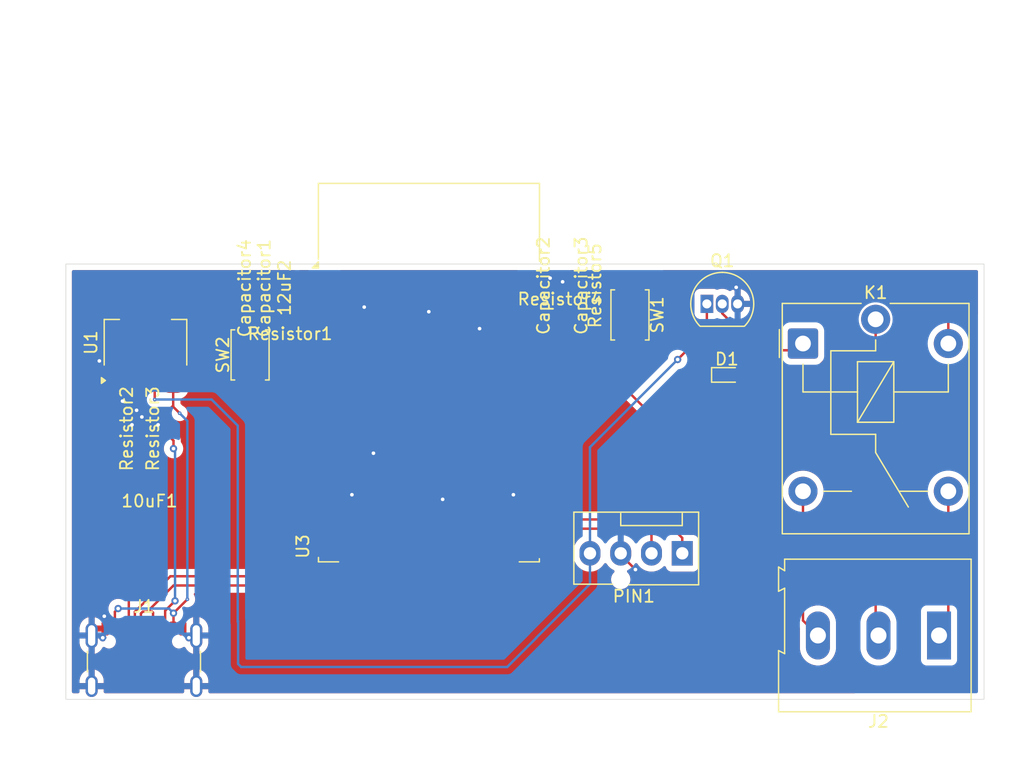
<source format=kicad_pcb>
(kicad_pcb (version 20240108) (generator "pcbnew") (generator_version "8.0")
  (layers (0 "F.Cu" signal) (31 "B.Cu" signal) (34 "B.Paste" user) (35 "F.Paste" user) (36 "B.SilkS" user "B.Silkscreen") (37 "F.SilkS" user "F.Silkscreen") (38 "B.Mask" user) (39 "F.Mask" user) (44 "Edge.Cuts" user))
  (net 0 "")
  (net 1 "+5V")
  (net 2 "GND")
  (net 3 "+3.3V")
  (net 4 "EN")
  (net 5 "Net-(D1-K)")
  (net 6 "D+")
  (net 7 "D-")
  (net 9 "Net-(J1-CC1)")
  (net 11 "Net-(J1-CC2)")
  (net 12 "Net-(J2-Pin_2)")
  (net 13 "Net-(J2-Pin_1)")
  (net 14 "Net-(J2-Pin_3)")
  (net 15 "SCL")
  (net 16 "SDA")
  (net 17 "Net-(Q1-B)")
  (net 18 "BOOT")
  (net 19 "Net-(Resistor1-Pad2)")
  (net 20 "R")
  (footprint "Relay_THT:Relay_SPDT_Finder_36.11" (layer "F.Cu") (at 172.7565 95.2095)
    (property "Reference" "K1" (at 6 -4.2 360) (layer "F.SilkS"))
    (property "Value" "FINDER-36.11")
    (fp_line (start -1.95 -1.15) (end -1.95 1.15) (stroke (width 0.12)) (layer "F.SilkS"))
    (fp_line (start -1.71 15.7) (end -1.71 -3.31) (stroke (width 0.12)) (layer "F.SilkS"))
    (fp_line (start 0 1.7) (end 0 4) (stroke (width 0.12)) (layer "F.SilkS"))
    (fp_line (start 1.7 12.2) (end 4 12.2) (stroke (width 0.12)) (layer "F.SilkS"))
    (fp_line (start 2.3 7.5) (end 2.3 0.6) (stroke (width 0.12)) (layer "F.SilkS"))
    (fp_line (start 4.5 1.5) (end 7.5 1.5) (stroke (width 0.12)) (layer "F.SilkS"))
    (fp_line (start 4.5 4) (end 0 4) (stroke (width 0.12)) (layer "F.SilkS"))
    (fp_line (start 4.5 6.5) (end 4.5 1.5) (stroke (width 0.12)) (layer "F.SilkS"))
    (fp_line (start 4.5 6.5) (end 7.5 1.5) (stroke (width 0.12)) (layer "F.SilkS"))
    (fp_line (start 4.8 -3.31) (end -1.71 -3.31) (stroke (width 0.12)) (layer "F.SilkS"))
    (fp_line (start 6 0.6) (end 2.3 0.6) (stroke (width 0.12)) (layer "F.SilkS"))
    (fp_line (start 6 0.6) (end 6 -0.3) (stroke (width 0.12)) (layer "F.SilkS"))
    (fp_line (start 6 7.5) (end 2.3 7.5) (stroke (width 0.12)) (layer "F.SilkS"))
    (fp_line (start 6 7.5) (end 6 9) (stroke (width 0.12)) (layer "F.SilkS"))
    (fp_line (start 6 9) (end 8.7 13.5) (stroke (width 0.12)) (layer "F.SilkS"))
    (fp_line (start 7.5 1.5) (end 7.5 6.5) (stroke (width 0.12)) (layer "F.SilkS"))
    (fp_line (start 7.5 6.5) (end 4.5 6.5) (stroke (width 0.12)) (layer "F.SilkS"))
    (fp_line (start 10.3 12.2) (end 8 12.2) (stroke (width 0.12)) (layer "F.SilkS"))
    (fp_line (start 12 4) (end 7.5 4) (stroke (width 0.12)) (layer "F.SilkS"))
    (fp_line (start 12 4) (end 12 1.7) (stroke (width 0.12)) (layer "F.SilkS"))
    (fp_line (start 13.71 -3.31) (end 7.2 -3.31) (stroke (width 0.12)) (layer "F.SilkS"))
    (fp_line (start 13.71 -3.31) (end 13.71 15.71) (stroke (width 0.12)) (layer "F.SilkS"))
    (fp_line (start 13.71 15.71) (end -1.71 15.71) (stroke (width 0.12)) (layer "F.SilkS"))
    (pad "11" thru_hole circle (at 6 -2) (size 2.4 2.4) (drill 1.3) (layers "*.Cu" "*.Mask") (net 12 "Net-(J2-Pin_2)") (clearance 0.2))
    (pad "12" thru_hole circle (at 12 12.2) (size 2.4 2.4) (drill 1.3) (layers "*.Cu" "*.Mask") (net 13 "Net-(J2-Pin_1)"))
    (pad "14" thru_hole circle (at 0 12.2) (size 2.4 2.4) (drill 1.3) (layers "*.Cu" "*.Mask") (net 14 "Net-(J2-Pin_3)"))
    (pad "A1" thru_hole roundrect (at 0 0) (size 2.5 2.5) (drill 1.3) (layers "*.Cu" "*.Mask") (roundrect_rratio 0.1) (net 3 "+3.3V"))
    (pad "A2" thru_hole circle (at 12 0) (size 2.4 2.4) (drill 1.3) (layers "*.Cu" "*.Mask") (net 5 "Net-(D1-K)"))
  )
  (footprint "Button_Switch_SMD:SW_Push_SPST_NO_Alps_SKRK" (layer "F.Cu") (at 158.469 92.847 -90)
    (property "Reference" "SW1" (at 0 -2.25 90) (layer "F.SilkS"))
    (property "Value" "SW_MEC_5G")
    (fp_line (start -2.07 1.57) (end -2.07 1.27) (stroke (width 0.12)) (layer "F.SilkS"))
    (fp_line (start 2.07 1.57) (end -2.07 1.57) (stroke (width 0.12)) (layer "F.SilkS"))
    (fp_line (start 2.07 1.27) (end 2.07 1.57) (stroke (width 0.12)) (layer "F.SilkS"))
    (fp_line (start -2.07 -1.27) (end -2.07 -1.57) (stroke (width 0.12)) (layer "F.SilkS"))
    (fp_line (start -2.07 -1.57) (end 2.07 -1.57) (stroke (width 0.12)) (layer "F.SilkS"))
    (fp_line (start 2.07 -1.57) (end 2.07 -1.27) (stroke (width 0.12)) (layer "F.SilkS"))
    (pad "1" smd roundrect (at -2.1 0 270) (size 0.8 2) (layers "F.Cu" "F.Paste" "F.Mask") (net 4 "EN"))
    (pad "2" smd roundrect (at 2.1 0 270) (size 0.8 2) (layers "F.Cu" "F.Paste" "F.Mask") (net 4 "EN"))
  )
  (footprint "Connector_USB:USB_C_Receptacle_GCT_USB4105-xx-A_16P_TopMnt_Horizontal" (layer "F.Cu") (at 118.337 122.425)
    (property "Reference" "J1" (at 0 -5.5 0) (layer "F.SilkS"))
    (property "Value" "USB_C_Receptacle_USB2.0_16P")
    (fp_line (start -4.67 -0.1) (end -4.67 -1.8) (stroke (width 0.12)) (layer "F.SilkS"))
    (fp_line (start 4.67 -0.1) (end 4.67 -1.8) (stroke (width 0.12)) (layer "F.SilkS"))
    (pad "" np_thru_hole circle (at -2.89 -2.605) (size 0.65 0.65) (drill 0.65) (layers "F&B.Cu" "*.Mask"))
    (pad "" np_thru_hole circle (at 2.89 -2.605) (size 0.65 0.65) (drill 0.65) (layers "F&B.Cu" "*.Mask"))
    (pad "A1" smd roundrect (at -3.2 -3.68) (size 0.6 1.15) (layers "F.Cu" "F.Paste" "F.Mask") (net 2 "GND"))
    (pad "A4" smd roundrect (at -2.4 -3.68) (size 0.6 1.15) (layers "F.Cu" "F.Paste" "F.Mask") (net 1 "+5V"))
    (pad "A5" smd roundrect (at -1.25 -3.68) (size 0.3 1.15) (layers "F.Cu" "F.Paste" "F.Mask") (net 9 "Net-(J1-CC1)"))
    (pad "A6" smd roundrect (at -0.25 -3.68) (size 0.3 1.15) (layers "F.Cu" "F.Paste" "F.Mask") (net 6 "D+"))
    (pad "A7" smd roundrect (at 0.25 -3.68) (size 0.3 1.15) (layers "F.Cu" "F.Paste" "F.Mask") (net 7 "D-"))
    (pad "A8" smd roundrect (at 1.25 -3.68) (size 0.3 1.15) (layers "F.Cu" "F.Paste" "F.Mask"))
    (pad "A9" smd roundrect (at 2.4 -3.68) (size 0.6 1.15) (layers "F.Cu" "F.Paste" "F.Mask") (net 1 "+5V"))
    (pad "A12" smd roundrect (at 3.2 -3.68) (size 0.6 1.15) (layers "F.Cu" "F.Paste" "F.Mask") (net 2 "GND"))
    (pad "B1" smd roundrect (at 3.2 -3.68) (size 0.6 1.15) (layers "F.Cu" "F.Paste" "F.Mask") (net 2 "GND"))
    (pad "B4" smd roundrect (at 2.4 -3.68) (size 0.6 1.15) (layers "F.Cu" "F.Paste" "F.Mask") (net 1 "+5V"))
    (pad "B5" smd roundrect (at 1.75 -3.68) (size 0.3 1.15) (layers "F.Cu" "F.Paste" "F.Mask") (net 11 "Net-(J1-CC2)"))
    (pad "B6" smd roundrect (at 0.75 -3.68) (size 0.3 1.15) (layers "F.Cu" "F.Paste" "F.Mask") (net 6 "D+"))
    (pad "B7" smd roundrect (at -0.75 -3.68) (size 0.3 1.15) (layers "F.Cu" "F.Paste" "F.Mask") (net 7 "D-"))
    (pad "B8" smd roundrect (at -1.75 -3.68) (size 0.3 1.15) (layers "F.Cu" "F.Paste" "F.Mask"))
    (pad "B9" smd roundrect (at -2.4 -3.68) (size 0.6 1.15) (layers "F.Cu" "F.Paste" "F.Mask") (net 1 "+5V"))
    (pad "B12" smd roundrect (at -3.2 -3.68) (size 0.6 1.15) (layers "F.Cu" "F.Paste" "F.Mask") (net 2 "GND"))
    (pad "S1" thru_hole oval (at -4.32 -3.105) (size 1 2.1) (drill oval 0.6 1.7) (layers "*.Cu" "*.Mask" "F.Paste") (net 2 "GND"))
    (pad "S1" thru_hole oval (at -4.32 1.075) (size 1 1.8) (drill oval 0.6 1.4) (layers "*.Cu" "*.Mask" "F.Paste") (net 2 "GND"))
    (pad "S1" thru_hole oval (at 4.32 -3.105) (size 1 2.1) (drill oval 0.6 1.7) (layers "*.Cu" "*.Mask" "F.Paste") (net 2 "GND"))
    (pad "S1" thru_hole oval (at 4.32 1.075) (size 1 1.8) (drill oval 0.6 1.4) (layers "*.Cu" "*.Mask" "F.Paste") (net 2 "GND"))
  )
  (footprint "RF_Module:ESP32-S2-WROVER" (layer "F.Cu") (at 141.868 101.438)
    (property "Reference" "U3" (at -10.41 10.53 90) (layer "F.SilkS"))
    (property "Value" "ESP32-S2-WROVER")
    (fp_line (start -9.125 -19.45) (end 9.13 -19.45) (stroke (width 0.12)) (layer "F.SilkS"))
    (fp_line (start -9.125 -13.2) (end -9.125 -19.45) (stroke (width 0.12)) (layer "F.SilkS"))
    (fp_line (start -9.12 11.44) (end -9.12 11.8) (stroke (width 0.12)) (layer "F.SilkS"))
    (fp_line (start -9.12 11.8) (end -7.46 11.8) (stroke (width 0.12)) (layer "F.SilkS"))
    (fp_line (start 9.12 11.54) (end 9.12 11.8) (stroke (width 0.12)) (layer "F.SilkS"))
    (fp_line (start 9.12 11.8) (end 7.46 11.8) (stroke (width 0.12)) (layer "F.SilkS"))
    (fp_line (start 9.13 -13.03) (end 9.13 -19.45) (stroke (width 0.12)) (layer "F.SilkS"))
    (fp_poly (pts (xy -9.125 -12.475) (xy -9.625 -12.475) (xy -9.125 -12.975) (xy -9.125 -12.475)) (stroke (width 0.12)) (fill solid) (layer "F.SilkS"))
    (pad "1" smd rect (at -8.625 -11.775) (size 1.5 0.9) (layers "F.Cu" "F.Paste" "F.Mask") (net 2 "GND"))
    (pad "2" smd rect (at -8.625 -10.275) (size 1.5 0.9) (layers "F.Cu" "F.Paste" "F.Mask") (net 3 "+3.3V"))
    (pad "3" smd rect (at -8.625 -8.775) (size 1.5 0.9) (layers "F.Cu" "F.Paste" "F.Mask") (net 18 "BOOT"))
    (pad "4" smd rect (at -8.625 -7.275) (size 1.5 0.9) (layers "F.Cu" "F.Paste" "F.Mask"))
    (pad "5" smd rect (at -8.625 -5.775) (size 1.5 0.9) (layers "F.Cu" "F.Paste" "F.Mask"))
    (pad "6" smd rect (at -8.625 -4.275) (size 1.5 0.9) (layers "F.Cu" "F.Paste" "F.Mask"))
    (pad "7" smd rect (at -8.625 -2.775) (size 1.5 0.9) (layers "F.Cu" "F.Paste" "F.Mask"))
    (pad "8" smd rect (at -8.625 -1.275) (size 1.5 0.9) (layers "F.Cu" "F.Paste" "F.Mask"))
    (pad "9" smd rect (at -8.625 0.225) (size 1.5 0.9) (layers "F.Cu" "F.Paste" "F.Mask"))
    (pad "10" smd rect (at -8.625 1.725) (size 1.5 0.9) (layers "F.Cu" "F.Paste" "F.Mask"))
    (pad "11" smd rect (at -8.625 3.225) (size 1.5 0.9) (layers "F.Cu" "F.Paste" "F.Mask"))
    (pad "12" smd rect (at -8.625 4.725) (size 1.5 0.9) (layers "F.Cu" "F.Paste" "F.Mask"))
    (pad "13" smd rect (at -8.625 6.225) (size 1.5 0.9) (layers "F.Cu" "F.Paste" "F.Mask"))
    (pad "14" smd rect (at -8.625 7.725) (size 1.5 0.9) (layers "F.Cu" "F.Paste" "F.Mask"))
    (pad "15" smd rect (at -8.625 9.225 180) (size 1.5 0.9) (layers "F.Cu" "F.Paste" "F.Mask"))
    (pad "16" smd rect (at -8.625 10.725 180) (size 1.5 0.9) (layers "F.Cu" "F.Paste" "F.Mask"))
    (pad "17" smd rect (at -6.75 11.475) (size 0.9 1.5) (layers "F.Cu" "F.Paste" "F.Mask"))
    (pad "18" smd rect (at -5.25 11.475) (size 0.9 1.5) (layers "F.Cu" "F.Paste" "F.Mask"))
    (pad "19" smd rect (at -3.75 11.475) (size 0.9 1.5) (layers "F.Cu" "F.Paste" "F.Mask"))
    (pad "20" smd rect (at -2.25 11.475) (size 0.9 1.5) (layers "F.Cu" "F.Paste" "F.Mask"))
    (pad "21" smd rect (at -0.75 11.475) (size 0.9 1.5) (layers "F.Cu" "F.Paste" "F.Mask"))
    (pad "22" smd rect (at 0.75 11.475) (size 0.9 1.5) (layers "F.Cu" "F.Paste" "F.Mask") (net 7 "D-"))
    (pad "23" smd rect (at 2.25 11.475) (size 0.9 1.5) (layers "F.Cu" "F.Paste" "F.Mask") (net 6 "D+"))
    (pad "24" smd rect (at 3.75 11.475) (size 0.9 1.5) (layers "F.Cu" "F.Paste" "F.Mask"))
    (pad "25" smd rect (at 5.25 11.475) (size 0.9 1.5) (layers "F.Cu" "F.Paste" "F.Mask"))
    (pad "26" smd rect (at 6.75 11.475) (size 0.9 1.5) (layers "F.Cu" "F.Paste" "F.Mask") (net 2 "GND"))
    (pad "27" smd rect (at 8.625 10.825) (size 1.5 0.9) (layers "F.Cu" "F.Paste" "F.Mask"))
    (pad "28" smd rect (at 8.625 9.325) (size 1.5 0.9) (layers "F.Cu" "F.Paste" "F.Mask") (net 15 "SCL"))
    (pad "29" smd rect (at 8.625 7.825) (size 1.5 0.9) (layers "F.Cu" "F.Paste" "F.Mask") (net 16 "SDA"))
    (pad "30" smd rect (at 8.625 6.325) (size 1.5 0.9) (layers "F.Cu" "F.Paste" "F.Mask"))
    (pad "31" smd rect (at 8.625 4.825) (size 1.5 0.9) (layers "F.Cu" "F.Paste" "F.Mask"))
    (pad "32" smd rect (at 8.625 3.325) (size 1.5 0.9) (layers "F.Cu" "F.Paste" "F.Mask"))
    (pad "33" smd rect (at 8.625 1.825) (size 1.5 0.9) (layers "F.Cu" "F.Paste" "F.Mask"))
    (pad "34" smd rect (at 8.625 0.325) (size 1.5 0.9) (layers "F.Cu" "F.Paste" "F.Mask"))
    (pad "35" smd rect (at 8.625 -1.175) (size 1.5 0.9) (layers "F.Cu" "F.Paste" "F.Mask"))
    (pad "36" smd rect (at 8.625 -2.675) (size 1.5 0.9) (layers "F.Cu" "F.Paste" "F.Mask"))
    (pad "37" smd rect (at 8.625 -4.175) (size 1.5 0.9) (layers "F.Cu" "F.Paste" "F.Mask"))
    (pad "38" smd rect (at 8.625 -5.675) (size 1.5 0.9) (layers "F.Cu" "F.Paste" "F.Mask"))
    (pad "39" smd rect (at 8.625 -7.175) (size 1.5 0.9) (layers "F.Cu" "F.Paste" "F.Mask"))
    (pad "40" smd rect (at 8.625 -8.775) (size 1.5 0.9) (layers "F.Cu" "F.Paste" "F.Mask") (net 20 "R"))
    (pad "41" smd rect (at 8.625 -10.275) (size 1.5 0.9) (layers "F.Cu" "F.Paste" "F.Mask") (net 4 "EN"))
    (pad "42" smd rect (at 8.625 -11.675) (size 1.5 0.9) (layers "F.Cu" "F.Paste" "F.Mask") (net 2 "GND"))
    (pad "43" smd rect (at -1.19 -3.735) (size 4.1 4.1) (layers "F.Cu" "F.Mask") (net 2 "GND"))
    (zone (net 0) (net_name "") (layers "*.Cu") (connect_pads (clearance 0)) (min_thickness 0.254)
      (keepout (tracks not_allowed) (vias not_allowed) (pads not_allowed) (copperpour not_allowed) (footprints not_allowed))
      (fill (thermal_gap 0.508) (thermal_bridge_width 0.508))
      (polygon (pts (xy 117.868 88.415) (xy 165.868 88.415) (xy 165.868 67.115) (xy 117.868 67.115)))
    )
  )
  (footprint "Capacitor_SMD:C_0201_0603Metric" (layer "F.Cu") (at 127.693 90.6431 90)
    (property "Reference" "Capacitor4" (at 0 -1.05 90) (layer "F.SilkS"))
    (property "Value" "22uf")
    (pad "1" smd roundrect (at -0.32 0 90) (size 0.46 0.4) (layers "F.Cu" "F.Mask") (net 3 "+3.3V"))
    (pad "2" smd roundrect (at 0.32 0 90) (size 0.46 0.4) (layers "F.Cu" "F.Mask") (net 2 "GND"))
  )
  (footprint "Diode_SMD:D_SOD-523" (layer "F.Cu") (at 166.47 97.8)
    (property "Reference" "D1" (at 0 -1.3 0) (layer "F.SilkS"))
    (property "Value" "1N4148WT")
    (fp_line (start -1.26 -0.6) (end -1.26 0.6) (stroke (width 0.12)) (layer "F.SilkS"))
    (fp_line (start 0.7 -0.6) (end -1.26 -0.6) (stroke (width 0.12)) (layer "F.SilkS"))
    (fp_line (start 0.7 0.6) (end -1.26 0.6) (stroke (width 0.12)) (layer "F.SilkS"))
    (pad "1" smd roundrect (at -0.7 0 180) (size 0.6 0.7) (layers "F.Cu" "F.Paste" "F.Mask") (net 5 "Net-(D1-K)"))
    (pad "2" smd roundrect (at 0.7 0 180) (size 0.6 0.7) (layers "F.Cu" "F.Paste" "F.Mask") (net 3 "+3.3V"))
  )
  (footprint "Resistor_SMD:R_0201_0603Metric" (layer "F.Cu") (at 117.956 102.245 90)
    (property "Reference" "Resistor2" (at 0 -1.05 90) (layer "F.SilkS"))
    (property "Value" "10k")
    (pad "1" smd roundrect (at -0.32 0 90) (size 0.46 0.4) (layers "F.Cu" "F.Mask") (net 9 "Net-(J1-CC1)"))
    (pad "2" smd roundrect (at 0.32 0 90) (size 0.46 0.4) (layers "F.Cu" "F.Mask") (net 2 "GND"))
  )
  (footprint "Capacitor_SMD:C_0201_0603Metric" (layer "F.Cu") (at 129.3134 90.6408 90)
    (property "Reference" "Capacitor1" (at 0 -1.05 90) (layer "F.SilkS"))
    (property "Value" "10nf")
    (pad "1" smd roundrect (at -0.32 0 90) (size 0.46 0.4) (layers "F.Cu" "F.Mask") (net 3 "+3.3V"))
    (pad "2" smd roundrect (at 0.32 0 90) (size 0.46 0.4) (layers "F.Cu" "F.Mask") (net 2 "GND"))
  )
  (footprint "Package_TO_SOT_SMD:SOT-223-3_TabPin2" (layer "F.Cu") (at 118.464 95.133 90)
    (property "Reference" "U1" (at 0 -4.5 90) (layer "F.SilkS"))
    (property "Value" "AMS1117")
    (fp_line (start 1.91 -3.41) (end 1.91 -2.15) (stroke (width 0.12)) (layer "F.SilkS"))
    (fp_line (start -1.85 -3.41) (end 1.91 -3.41) (stroke (width 0.12)) (layer "F.SilkS"))
    (fp_line (start 1.91 3.41) (end 1.91 2.15) (stroke (width 0.12)) (layer "F.SilkS"))
    (fp_line (start -1.85 3.41) (end 1.91 3.41) (stroke (width 0.12)) (layer "F.SilkS"))
    (fp_poly (pts (xy -3.13 -3.31) (xy -3.37 -3.64) (xy -2.89 -3.64) (xy -3.13 -3.31)) (stroke (width 0.12)) (fill solid) (layer "F.SilkS"))
    (pad "1" smd roundrect (at -3.15 -2.3 90) (size 2 1.5) (layers "F.Cu" "F.Paste" "F.Mask") (net 2 "GND"))
    (pad "2" smd roundrect (at -3.15 0 90) (size 2 1.5) (layers "F.Cu" "F.Paste" "F.Mask") (net 3 "+3.3V"))
    (pad "2" smd roundrect (at 3.15 0 90) (size 2 3.8) (layers "F.Cu" "F.Paste" "F.Mask") (net 3 "+3.3V"))
    (pad "3" smd roundrect (at -3.15 2.3 90) (size 2 1.5) (layers "F.Cu" "F.Paste" "F.Mask") (net 1 "+5V"))
  )
  (footprint "Resistor_SMD:R_0201_0603Metric" (layer "F.Cu") (at 130.402 93.355 180)
    (property "Reference" "Resistor1" (at 0 -1.05 360) (layer "F.SilkS"))
    (property "Value" "100R")
    (pad "1" smd roundrect (at -0.32 0 180) (size 0.46 0.4) (layers "F.Cu" "F.Mask") (net 18 "BOOT"))
    (pad "2" smd roundrect (at 0.32 0 180) (size 0.46 0.4) (layers "F.Cu" "F.Mask") (net 19 "Net-(Resistor1-Pad2)"))
  )
  (footprint "Capacitor_SMD:C_0201_0603Metric_Pad0.64x0.40mm_HandSolder" (layer "F.Cu") (at 130.995 90.6071 90)
    (property "Reference" "12uF2" (at 0 -1.05 90) (layer "F.SilkS"))
    (property "Value" "c")
    (pad "1" smd roundrect (at -0.4075 0 90) (size 0.635 0.4) (layers "F.Cu" "F.Mask") (net 3 "+3.3V"))
    (pad "2" smd roundrect (at 0.4075 0 90) (size 0.635 0.4) (layers "F.Cu" "F.Mask") (net 2 "GND"))
  )
  (footprint "Capacitor_SMD:C_0201_0603Metric" (layer "F.Cu") (at 152.373 90.434 90)
    (property "Reference" "Capacitor2" (at 0 -1.05 90) (layer "F.SilkS"))
    (property "Value" "1uF")
    (pad "1" smd roundrect (at -0.32 0 90) (size 0.46 0.4) (layers "F.Cu" "F.Mask") (net 4 "EN"))
    (pad "2" smd roundrect (at 0.32 0 90) (size 0.46 0.4) (layers "F.Cu" "F.Mask") (net 2 "GND"))
  )
  (footprint "TerminalBlock:TerminalBlock_Altech_AK300-3_P5.00mm" (layer "F.Cu") (at 183.99 119.3165 180)
    (property "Reference" "J2" (at 5 -7.1 360) (layer "F.SilkS"))
    (property "Value" "Screw_Terminal_01x03")
    (fp_line (start 13.25 5.65) (end 13.25 3.65) (stroke (width 0.12)) (layer "F.SilkS"))
    (fp_line (start 13.25 3.65) (end 12.75 3.9) (stroke (width 0.12)) (layer "F.SilkS"))
    (fp_line (start 13.25 -1.25) (end 13.25 -6.3) (stroke (width 0.12)) (layer "F.SilkS"))
    (fp_line (start 13.25 -6.3) (end -2.65 -6.3) (stroke (width 0.12)) (layer "F.SilkS"))
    (fp_line (start 12.75 6.3) (end 12.75 5.35) (stroke (width 0.12)) (layer "F.SilkS"))
    (fp_line (start 12.75 5.35) (end 13.25 5.65) (stroke (width 0.12)) (layer "F.SilkS"))
    (fp_line (start 12.75 3.9) (end 12.75 -1.5) (stroke (width 0.12)) (layer "F.SilkS"))
    (fp_line (start 12.75 -1.5) (end 13.25 -1.25) (stroke (width 0.12)) (layer "F.SilkS"))
    (fp_line (start -2.65 6.3) (end 12.75 6.3) (stroke (width 0.12)) (layer "F.SilkS"))
    (fp_line (start -2.65 -6.3) (end -2.65 6.3) (stroke (width 0.12)) (layer "F.SilkS"))
    (pad "1" thru_hole rect (at 0 0 180) (size 1.98 3.96) (drill 1.32) (layers "*.Cu" "*.Mask") (net 13 "Net-(J2-Pin_1)"))
    (pad "2" thru_hole oval (at 5 0 180) (size 1.98 3.96) (drill 1.32) (layers "*.Cu" "*.Mask") (net 12 "Net-(J2-Pin_2)"))
    (pad "3" thru_hole oval (at 10 0 180) (size 1.98 3.96) (drill 1.32) (layers "*.Cu" "*.Mask") (net 14 "Net-(J2-Pin_3)"))
  )
  (footprint "Resistor_SMD:R_0201_0603Metric" (layer "F.Cu") (at 152.693 92.593)
    (property "Reference" "Resistor4" (at 0 -1.05 0) (layer "F.SilkS"))
    (property "Value" "100R")
    (pad "1" smd roundrect (at -0.32 0) (size 0.46 0.4) (layers "F.Cu" "F.Mask") (net 20 "R"))
    (pad "2" smd roundrect (at 0.32 0) (size 0.46 0.4) (layers "F.Cu" "F.Mask") (net 17 "Net-(Q1-B)"))
  )
  (footprint "Resistor_SMD:R_0201_0603Metric" (layer "F.Cu") (at 120.115 102.245 90)
    (property "Reference" "Resistor3" (at 0 -1.05 90) (layer "F.SilkS"))
    (property "Value" "10k")
    (pad "1" smd roundrect (at -0.32 0 90) (size 0.46 0.4) (layers "F.Cu" "F.Mask") (net 11 "Net-(J1-CC2)"))
    (pad "2" smd roundrect (at 0.32 0 90) (size 0.46 0.4) (layers "F.Cu" "F.Mask") (net 2 "GND"))
  )
  (footprint "Capacitor_SMD:C_0201_0603Metric_Pad0.64x0.40mm_HandSolder" (layer "F.Cu") (at 118.7935 100.721 180)
    (property "Reference" "10uF1" (at 0 -7.5 360) (layer "F.SilkS"))
    (property "Value" "c")
    (pad "1" smd roundrect (at -0.4075 0 180) (size 0.635 0.4) (layers "F.Cu" "F.Mask") (net 1 "+5V"))
    (pad "2" smd roundrect (at 0.4075 0 180) (size 0.635 0.4) (layers "F.Cu" "F.Mask") (net 2 "GND"))
  )
  (footprint "Capacitor_SMD:C_0201_0603Metric" (layer "F.Cu") (at 153.389 90.434 -90)
    (property "Reference" "Capacitor3" (at 0 -1.05 90) (layer "F.SilkS"))
    (property "Value" "1uF")
    (pad "1" smd roundrect (at -0.32 0 270) (size 0.46 0.4) (layers "F.Cu" "F.Mask") (net 2 "GND"))
    (pad "2" smd roundrect (at 0.32 0 270) (size 0.46 0.4) (layers "F.Cu" "F.Mask") (net 4 "EN"))
  )
  (footprint "Package_TO_SOT_THT:TO-92_Inline" (layer "F.Cu") (at 164.819 91.937)
    (property "Reference" "Q1" (at 1.27 -3.56 360) (layer "F.SilkS"))
    (property "Value" "BC547")
    (fp_line (start -0.53 1.85) (end 3.07 1.85) (stroke (width 0.12)) (layer "F.SilkS"))
    (fp_arc (start -0.568478 1.838478) (mid -1.132087 -0.994977) (end 1.27 -2.6) (stroke (width 0.12)) (layer "F.SilkS"))
    (fp_arc (start 1.27 -2.6) (mid 3.672087 -0.994977) (end 3.108478 1.838478) (stroke (width 0.12)) (layer "F.SilkS"))
    (pad "1" thru_hole rect (at 0 0) (size 1.05 1.5) (drill 0.75) (layers "*.Cu" "*.Mask") (net 5 "Net-(D1-K)"))
    (pad "2" thru_hole oval (at 1.27 0) (size 1.05 1.5) (drill 0.75) (layers "*.Cu" "*.Mask") (net 17 "Net-(Q1-B)"))
    (pad "3" thru_hole oval (at 2.54 0) (size 1.05 1.5) (drill 0.75) (layers "*.Cu" "*.Mask") (net 2 "GND"))
  )
  (footprint "Connector:FanPinHeader_1x04_P2.54mm_Vertical" (layer "F.Cu") (at 162.787 112.532 180)
    (property "Reference" "PIN1" (at 4 -3.55 360) (layer "F.SilkS"))
    (property "Value" "Ultrasonic URM-09")
    (fp_line (start 8.95 3.4) (end -1.35 3.4) (stroke (width 0.12)) (layer "F.SilkS"))
    (fp_line (start 8.95 -2.55) (end 8.95 3.4) (stroke (width 0.12)) (layer "F.SilkS"))
    (fp_line (start 5.75 -2.55) (end 8.95 -2.55) (stroke (width 0.12)) (layer "F.SilkS"))
    (fp_line (start 5.08 2.29) (end 5.08 3.3) (stroke (width 0.12)) (layer "F.SilkS"))
    (fp_line (start 0 3.3) (end 0 2.29) (stroke (width 0.12)) (layer "F.SilkS"))
    (fp_line (start 0 2.29) (end 5.08 2.29) (stroke (width 0.12)) (layer "F.SilkS"))
    (fp_line (start -1.35 3.4) (end -1.35 -2.6) (stroke (width 0.12)) (layer "F.SilkS"))
    (fp_line (start -1.35 -2.6) (end 4.4 -2.6) (stroke (width 0.12)) (layer "F.SilkS"))
    (pad "" np_thru_hole circle (at 5.08 -2.16 270) (size 1.1 1.1) (drill 1.1) (layers "*.Cu" "*.Mask"))
    (pad "1" thru_hole rect (at 0 0 270) (size 2.03 1.73) (drill 1.02) (layers "*.Cu" "*.Mask") (net 16 "SDA"))
    (pad "2" thru_hole oval (at 2.54 0 270) (size 2.03 1.73) (drill 1.02) (layers "*.Cu" "*.Mask") (net 15 "SCL"))
    (pad "3" thru_hole oval (at 5.08 0 270) (size 2.03 1.73) (drill 1.02) (layers "*.Cu" "*.Mask") (net 2 "GND"))
    (pad "4" thru_hole oval (at 7.62 0 270) (size 2.03 1.73) (drill 1.02) (layers "*.Cu" "*.Mask") (net 3 "+3.3V"))
  )
  (footprint "Resistor_SMD:R_0201_0603Metric" (layer "F.Cu") (at 154.532 90.434 -90)
    (property "Reference" "Resistor5" (at 0 -1.05 90) (layer "F.SilkS"))
    (property "Value" "10k")
    (pad "1" smd roundrect (at -0.32 0 270) (size 0.46 0.4) (layers "F.Cu" "F.Mask") (net 3 "+3.3V"))
    (pad "2" smd roundrect (at 0.32 0 270) (size 0.46 0.4) (layers "F.Cu" "F.Mask") (net 4 "EN"))
  )
  (footprint "Button_Switch_SMD:SW_Push_SPST_NO_Alps_SKRK" (layer "F.Cu") (at 127.1 96.149 90)
    (property "Reference" "SW2" (at 0 -2.25 90) (layer "F.SilkS"))
    (property "Value" "SW_MEC_5G")
    (fp_line (start 2.07 -1.57) (end 2.07 -1.27) (stroke (width 0.12)) (layer "F.SilkS"))
    (fp_line (start -2.07 -1.57) (end 2.07 -1.57) (stroke (width 0.12)) (layer "F.SilkS"))
    (fp_line (start -2.07 -1.27) (end -2.07 -1.57) (stroke (width 0.12)) (layer "F.SilkS"))
    (fp_line (start 2.07 1.27) (end 2.07 1.57) (stroke (width 0.12)) (layer "F.SilkS"))
    (fp_line (start 2.07 1.57) (end -2.07 1.57) (stroke (width 0.12)) (layer "F.SilkS"))
    (fp_line (start -2.07 1.57) (end -2.07 1.27) (stroke (width 0.12)) (layer "F.SilkS"))
    (pad "1" smd roundrect (at -2.1 0 90) (size 0.8 2) (layers "F.Cu" "F.Paste" "F.Mask") (net 19 "Net-(Resistor1-Pad2)"))
    (pad "2" smd roundrect (at 2.1 0 90) (size 0.8 2) (layers "F.Cu" "F.Paste" "F.Mask") (net 19 "Net-(Resistor1-Pad2)"))
  )
  (gr_rect (start 111.887 88.646) (end 187.706 124.587) (stroke (width 0.05)) (fill none) (layer "Edge.Cuts"))
  (segment (start 120.75 98.297) (end 120.764 98.283) (width 0.2) (layer "F.Cu") (net 1))
  (segment (start 120.369 100.721) (end 120.5595 100.5305) (width 0.2) (layer "F.Cu") (net 1))
  (segment (start 120.777 117.475) (end 121.92 116.332) (width 0.2) (layer "F.Cu") (net 1))
  (segment (start 120.75 100.34) (end 120.75 98.297) (width 0.2) (layer "F.Cu") (net 1))
  (segment (start 119.201 100.721) (end 120.369 100.721) (width 0.2) (layer "F.Cu") (net 1))
  (segment (start 115.937 117.362) (end 116.205 117.094) (width 0.2) (layer "F.Cu") (net 1))
  (segment (start 121.285 100.965) (end 120.75 100.43) (width 0.2) (layer "F.Cu") (net 1))
  (segment (start 120.75 100.43) (end 120.75 100.34) (width 0.2) (layer "F.Cu") (net 1))
  (segment (start 120.777 118.705) (end 120.737 118.745) (width 0.2) (layer "F.Cu") (net 1))
  (segment (start 115.937 118.494) (end 115.937 118.985) (width 0.2) (layer "F.Cu") (net 1))
  (segment (start 115.937 118.745) (end 115.937 117.362) (width 0.2) (layer "F.Cu") (net 1))
  (segment (start 120.777 117.475) (end 120.777 118.705) (width 0.2) (layer "F.Cu") (net 1))
  (segment (start 120.5595 100.5305) (end 120.75 100.34) (width 0.2) (layer "F.Cu") (net 1))
  (via micro (at 121.285 100.965) (size 0.3) (drill 0.1) (layers "F.Cu" "B.Cu") (net 1))
  (via blind (at 116.205 117.094) (size 0.6) (drill 0.3) (layers "F.Cu" "B.Cu") (net 1))
  (via blind (at 120.777 117.475) (size 0.6) (drill 0.3) (layers "F.Cu" "B.Cu") (net 1))
  (via micro (at 121.92 116.332) (size 0.3) (drill 0.1) (layers "F.Cu" "B.Cu") (net 1))
  (segment (start 116.205 117.094) (end 120.396 117.094) (width 0.2) (layer "B.Cu") (net 1))
  (segment (start 120.396 117.094) (end 120.777 117.475) (width 0.2) (layer "B.Cu") (net 1))
  (segment (start 121.92 116.332) (end 121.92 101.6) (width 0.2) (layer "B.Cu") (net 1))
  (segment (start 121.92 101.6) (end 121.285 100.965) (width 0.2) (layer "B.Cu") (net 1))
  (segment (start 117.729 100.721) (end 117.321 100.721) (width 0.2) (layer "F.Cu") (net 2))
  (segment (start 117.348 101.925) (end 117.956 101.925) (width 0.2) (layer "F.Cu") (net 2))
  (segment (start 123.444 121.158) (end 113.665 121.158) (width 0.2) (layer "F.Cu") (net 2))
  (segment (start 129.3111 90.3231) (end 129.3134 90.3208) (width 0.2) (layer "F.Cu") (net 2))
  (segment (start 152.908 90.114) (end 153.389 90.114) (width 0.2) (layer "F.Cu") (net 2))
  (segment (start 130.995 90.1996) (end 131.1444 90.1996) (width 0.2) (layer "F.Cu") (net 2))
  (segment (start 116.432 98.015) (end 116.164 98.283) (width 0.2) (layer "F.Cu") (net 2))
  (segment (start 154.212 89.291) (end 165.962 89.291) (width 0.2) (layer "F.Cu") (net 2))
  (segment (start 123.825 117.729) (end 123.825 120.777) (width 0.2) (layer "F.Cu") (net 2))
  (segment (start 117.956 101.925) (end 117.956 101.483) (width 0.2) (layer "F.Cu") (net 2))
  (segment (start 116.371 101.925) (end 117.348 101.925) (width 0.2) (layer "F.Cu") (net 2))
  (segment (start 117.956 101.483) (end 118.165 101.274) (width 0.2) (layer "F.Cu") (net 2))
  (segment (start 148.69 112.985) (end 148.618 112.913) (width 0.2) (layer "F.Cu") (net 2))
  (segment (start 157.707 112.659) (end 158.922 113.874) (width 0.2) (layer "F.Cu") (net 2))
  (segment (start 152.18 90.114) (end 151.8735 89.8075) (width 0.2) (layer "F.Cu") (net 2))
  (segment (start 152.373 90.114) (end 152.18 90.114) (width 0.2) (layer "F.Cu") (net 2))
  (segment (start 116.164 98.283) (end 114.654 96.773) (width 0.2) (layer "F.Cu") (net 2))
  (segment (start 115.137 118.494) (end 115.137 117.729) (width 0.2) (layer "F.Cu") (net 2))
  (segment (start 119.507 101.925) (end 117.956 101.925) (width 0.2) (layer "F.Cu") (net 2))
  (segment (start 131.1444 90.1996) (end 131.672 89.672) (width 0.2) (layer "F.Cu") (net 2))
  (segment (start 127.693 90.3231) (end 129.3111 90.3231) (width 0.2) (layer "F.Cu") (net 2))
  (segment (start 114.654 91.196) (end 115.67 90.18) (width 0.2) (layer "F.Cu") (net 2))
  (segment (start 126.1229 90.18) (end 126.266 90.3231) (width 0.2) (layer "F.Cu") (net 2))
  (segment (start 115.062 117.729) (end 115.137 117.729) (width 0.2) (layer "F.Cu") (net 2))
  (segment (start 150.529 89.799) (end 150.493 89.763) (width 0.2) (layer "F.Cu") (net 2))
  (segment (start 123.444 117.348) (end 123.825 117.729) (width 0.2) (layer "F.Cu") (net 2))
  (segment (start 148.69 114.818) (end 148.69 112.985) (width 0.2) (layer "F.Cu") (net 2))
  (segment (start 157.707 112.532) (end 157.707 112.659) (width 0.2) (layer "F.Cu") (net 2))
  (segment (start 122.174 117.348) (end 123.444 117.348) (width 0.2) (layer "F.Cu") (net 2))
  (segment (start 167.359 90.688) (end 167.359 91.937) (width 0.2) (layer "F.Cu") (net 2))
  (segment (start 133.234 89.672) (end 133.243 89.663) (width 0.2) (layer "F.Cu") (net 2))
  (segment (start 113.665 121.158) (end 112.522 120.015) (width 0.2) (layer "F.Cu") (net 2))
  (segment (start 159.485 114.437) (end 159.485 115.453) (width 0.2) (layer "F.Cu") (net 2))
  (segment (start 112.522 117.856) (end 112.649 117.729) (width 0.2) (layer "F.Cu") (net 2))
  (segment (start 115.137 117.729) (end 115.137 103.159) (width 0.2) (layer "F.Cu") (net 2))
  (segment (start 129.3432 90.1996) (end 129.3134 90.2294) (width 0.2) (layer "F.Cu") (net 2))
  (segment (start 129.288 90.2954) (end 129.3134 90.3208) (width 0.2) (layer "F.Cu") (net 2))
  (segment (start 153.389 90.114) (end 154.212 89.291) (width 0.2) (layer "F.Cu") (net 2))
  (segment (start 118.165 101.274) (end 118.386 101.053) (width 0.2) (layer "F.Cu") (net 2))
  (segment (start 114.654 96.773) (end 114.654 96.647) (width 0.2) (layer "F.Cu") (net 2))
  (segment (start 117.321 100.721) (end 116.5675 99.9675) (width 0.2) (layer "F.Cu") (net 2))
  (segment (start 121.537 118.745) (end 121.537 117.985) (width 0.2) (layer "F.Cu") (net 2))
  (segment (start 152.373 90.114) (end 152.908 90.114) (width 0.2) (layer "F.Cu") (net 2))
  (segment (start 112.522 120.015) (end 112.522 117.856) (width 0.2) (layer "F.Cu") (net 2))
  (segment (start 126.266 90.3231) (end 127.693 90.3231) (width 0.2) (layer "F.Cu") (net 2))
  (segment (start 118.386 101.053) (end 118.386 100.721) (width 0.2) (layer "F.Cu") (net 2))
  (segment (start 115.137 103.159) (end 116.371 101.925) (width 0.2) (layer "F.Cu") (net 2))
  (segment (start 116.5675 99.9675) (end 116.432 99.832) (width 0.2) (layer "F.Cu") (net 2))
  (segment (start 159.104 115.834) (end 149.706 115.834) (width 0.2) (layer "F.Cu") (net 2))
  (segment (start 151.865 89.799) (end 150.529 89.799) (width 0.2) (layer "F.Cu") (net 2))
  (segment (start 123.825 120.777) (end 123.444 121.158) (width 0.2) (layer "F.Cu") (net 2))
  (segment (start 151.8735 89.8075) (end 151.865 89.799) (width 0.2) (layer "F.Cu") (net 2))
  (segment (start 158.922 113.874) (end 159.485 114.437) (width 0.2) (layer "F.Cu") (net 2))
  (segment (start 121.537 117.985) (end 122.174 117.348) (width 0.2) (layer "F.Cu") (net 2))
  (segment (start 118.386 100.721) (end 117.729 100.721) (width 0.2) (layer "F.Cu") (net 2))
  (segment (start 130.995 90.1996) (end 129.3432 90.1996) (width 0.2) (layer "F.Cu") (net 2))
  (segment (start 112.649 117.729) (end 115.062 117.729) (width 0.2) (layer "F.Cu") (net 2))
  (segment (start 167.2405 90.5695) (end 167.359 90.688) (width 0.2) (layer "F.Cu") (net 2))
  (segment (start 114.654 96.647) (end 114.654 91.196) (width 0.2) (layer "F.Cu") (net 2))
  (segment (start 159.485 115.453) (end 159.104 115.834) (width 0.2) (layer "F.Cu") (net 2))
  (segment (start 120.115 101.925) (end 119.507 101.925) (width 0.2) (layer "F.Cu") (net 2))
  (segment (start 149.706 115.834) (end 148.69 114.818) (width 0.2) (layer "F.Cu") (net 2))
  (segment (start 115.67 90.18) (end 126.1229 90.18) (width 0.2) (layer "F.Cu") (net 2))
  (segment (start 131.672 89.672) (end 133.234 89.672) (width 0.2) (layer "F.Cu") (net 2))
  (segment (start 116.432 99.832) (end 116.432 98.551) (width 0.2) (layer "F.Cu") (net 2))
  (segment (start 116.432 98.551) (end 116.164 98.283) (width 0.2) (layer "F.Cu") (net 2))
  (segment (start 127.663 90.3531) (end 127.693 90.3231) (width 0.2) (layer "F.Cu") (net 2))
  (segment (start 165.962 89.291) (end 167.2405 90.5695) (width 0.2) (layer "F.Cu") (net 2))
  (via (at 158.922 113.874) (size 0.6) (drill 0.3) (layers "F.Cu" "B.Cu") (net 2))
  (via (at 122.047 119.507) (size 0.6) (drill 0.3) (layers "F.Cu" "B.Cu") (net 2))
  (via (at 167.2405 90.5695) (size 0.6) (drill 0.3) (layers "F.Cu" "B.Cu") (net 2))
  (via (at 141.859 92.583) (size 0.6) (drill 0.3) (layers "F.Cu" "B.Cu") (net 2))
  (via (at 114.935 119.507) (size 0.6) (drill 0.3) (layers "F.Cu" "B.Cu") (net 2))
  (via (at 118.165 101.274) (size 0.6) (drill 0.3) (layers "F.Cu" "B.Cu") (net 2))
  (via (at 115.062 117.729) (size 0.6) (drill 0.3) (layers "F.Cu" "B.Cu") (net 2))
  (via (at 117.729 100.721) (size 0.6) (drill 0.3) (layers "F.Cu" "B.Cu") (net 2))
  (via (at 146.05 93.98) (size 0.6) (drill 0.3) (layers "F.Cu" "B.Cu") (net 2))
  (via (at 135.509 107.696) (size 0.6) (drill 0.3) (layers "F.Cu" "B.Cu") (net 2))
  (via (at 148.844 107.696) (size 0.6) (drill 0.3) (layers "F.Cu" "B.Cu") (net 2))
  (via (at 143.002 108.077) (size 0.6) (drill 0.3) (layers "F.Cu" "B.Cu") (net 2))
  (via (at 119.507 101.925) (size 0.6) (drill 0.3) (layers "F.Cu" "B.Cu") (net 2))
  (via (at 152.908 90.114) (size 0.6) (drill 0.3) (layers "F.Cu" "B.Cu") (net 2))
  (via (at 136.525 92.202) (size 0.6) (drill 0.3) (layers "F.Cu" "B.Cu") (net 2))
  (via (at 137.287 104.267) (size 0.6) (drill 0.3) (layers "F.Cu" "B.Cu") (net 2))
  (via (at 117.348 101.925) (size 0.6) (drill 0.3) (layers "F.Cu" "B.Cu") (net 2))
  (via (at 116.5675 99.9675) (size 0.6) (drill 0.3) (layers "F.Cu" "B.Cu") (net 2))
  (via (at 151.8735 89.8075) (size 0.6) (drill 0.3) (layers "F.Cu" "B.Cu") (net 2))
  (via (at 114.654 96.647) (size 0.6) (drill 0.3) (layers "F.Cu" "B.Cu") (net 2))
  (segment (start 154.532 90.114) (end 154.847 89.799) (width 0.2) (layer "F.Cu") (net 3))
  (segment (start 129.3134 90.8694) (end 129.4586 91.0146) (width 0.2) (layer "F.Cu") (net 3))
  (segment (start 127.693 90.9631) (end 129.3111 90.9631) (width 0.2) (layer "F.Cu") (net 3))
  (segment (start 118.464 91.983) (end 124.966 91.983) (width 0.2) (layer "F.Cu") (net 3))
  (segment (start 119.226 99.045) (end 118.464 98.283) (width 0.2) (layer "F.Cu") (net 3))
  (segment (start 127.541 91.1151) (end 127.693 90.9631) (width 0.2) (layer "F.Cu") (net 3))
  (segment (start 129.4586 91.0146) (end 130.995 91.0146) (width 0.2) (layer "F.Cu") (net 3))
  (segment (start 129.288 90.9354) (end 129.3134 90.9608) (width 0.2) (layer "F.Cu") (net 3))
  (segment (start 129.3111 90.9631) (end 129.3134 90.9608) (width 0.2) (layer "F.Cu") (net 3))
  (segment (start 118.464 98.283) (end 118.464 91.983) (width 0.2) (layer "F.Cu") (net 3))
  (segment (start 124.966 91.983) (end 125.8339 91.1151) (width 0.2) (layer "F.Cu") (net 3))
  (segment (start 163.422 95.768) (end 171.042 95.768) (width 0.2) (layer "F.Cu") (net 3))
  (segment (start 130.995 91.0146) (end 133.0946 91.0146) (width 0.2) (layer "F.Cu") (net 3))
  (segment (start 171.042 95.768) (end 172.198 95.768) (width 0.2) (layer "F.Cu") (net 3))
  (segment (start 167.17 97.8) (end 169.01 97.8) (width 0.2) (layer "F.Cu") (net 3))
  (segment (start 163.295 95.641) (end 163.422 95.768) (width 0.2) (layer "F.Cu") (net 3))
  (segment (start 160.755 89.799) (end 162.787 91.831) (width 0.2) (layer "F.Cu") (net 3))
  (segment (start 172.198 95.768) (end 172.7565 95.2095) (width 0.2) (layer "F.Cu") (net 3))
  (segment (start 162.406 96.53) (end 163.295 95.641) (width 0.2) (layer "F.Cu") (net 3))
  (segment (start 169.01 97.8) (end 171.042 95.768) (width 0.2) (layer "F.Cu") (net 3))
  (segment (start 133.0946 91.0146) (end 133.243 91.163) (width 0.2) (layer "F.Cu") (net 3))
  (segment (start 119.226 99.832) (end 119.226 99.045) (width 0.2) (layer "F.Cu") (net 3))
  (segment (start 125.8339 91.1151) (end 127.541 91.1151) (width 0.2) (layer "F.Cu") (net 3))
  (segment (start 162.787 95.133) (end 163.295 95.641) (width 0.2) (layer "F.Cu") (net 3))
  (segment (start 154.847 89.799) (end 160.755 89.799) (width 0.2) (layer "F.Cu") (net 3))
  (segment (start 162.787 91.831) (end 162.787 95.133) (width 0.2) (layer "F.Cu") (net 3))
  (via blind (at 162.406 96.53) (size 0.6) (drill 0.3) (layers "F.Cu" "B.Cu") (net 3))
  (via micro (at 119.226 99.832) (size 0.3) (drill 0.1) (layers "F.Cu" "B.Cu") (net 3))
  (segment (start 155.167 115.072) (end 150.732 119.507) (width 0.2) (layer "B.Cu") (net 3))
  (segment (start 126.084 101.991) (end 123.925 99.832) (width 0.2) (layer "B.Cu") (net 3))
  (segment (start 155.167 103.769) (end 162.406 96.53) (width 0.2) (layer "B.Cu") (net 3))
  (segment (start 150.732 119.524) (end 148.336 121.92) (width 0.2) (layer "B.Cu") (net 3))
  (segment (start 123.925 99.832) (end 119.226 99.832) (width 0.2) (layer "B.Cu") (net 3))
  (segment (start 126.111 121.666) (end 126.111 118.137) (width 0.2) (layer "B.Cu") (net 3))
  (segment (start 148.336 121.92) (end 126.365 121.92) (width 0.2) (layer "B.Cu") (net 3))
  (segment (start 155.167 112.532) (end 155.167 115.072) (width 0.2) (layer "B.Cu") (net 3))
  (segment (start 126.084 118.21) (end 126.084 118.11) (width 0.2) (layer "B.Cu") (net 3))
  (segment (start 126.084 118.11) (end 126.084 101.991) (width 0.2) (layer "B.Cu") (net 3))
  (segment (start 150.732 119.507) (end 150.732 119.524) (width 0.2) (layer "B.Cu") (net 3))
  (segment (start 126.111 118.137) (end 126.084 118.11) (width 0.2) (layer "B.Cu") (net 3))
  (segment (start 155.167 112.532) (end 155.167 103.769) (width 0.2) (layer "B.Cu") (net 3))
  (segment (start 126.365 121.92) (end 126.111 121.666) (width 0.2) (layer "B.Cu") (net 3))
  (segment (start 154.532 90.754) (end 158.462 90.754) (width 0.2) (layer "F.Cu") (net 4))
  (segment (start 158.462 90.754) (end 158.469 90.747) (width 0.2) (layer "F.Cu") (net 4))
  (segment (start 152.373 90.754) (end 153.389 90.754) (width 0.2) (layer "F.Cu") (net 4))
  (segment (start 152.373 90.754) (end 152.307 90.754) (width 0.2) (layer "F.Cu") (net 4))
  (segment (start 152.307 90.754) (end 151.865 91.196) (width 0.2) (layer "F.Cu") (net 4))
  (segment (start 154.532 90.754) (end 153.389 90.754) (width 0.2) (layer "F.Cu") (net 4))
  (segment (start 151.865 91.196) (end 150.526 91.196) (width 0.2) (layer "F.Cu") (net 4))
  (segment (start 150.526 91.196) (end 150.493 91.163) (width 0.2) (layer "F.Cu") (net 4))
  (segment (start 170.297 94.244) (end 172.9205 91.6205) (width 0.2) (layer "F.Cu") (net 5))
  (segment (start 175.641 95.504) (end 175.641 91.7475) (width 0.2) (layer "F.Cu") (net 5))
  (segment (start 165.77 97.8) (end 166.913 98.943) (width 0.2) (layer "F.Cu") (net 5))
  (segment (start 172.202 98.943) (end 175.641 95.504) (width 0.2) (layer "F.Cu") (net 5))
  (segment (start 166.913 98.943) (end 172.202 98.943) (width 0.2) (layer "F.Cu") (net 5))
  (segment (start 165.581 94.244) (end 170.297 94.244) (width 0.2) (layer "F.Cu") (net 5))
  (segment (start 184.013 91.6205) (end 184.7565 92.364) (width 0.2) (layer "F.Cu") (net 5))
  (segment (start 164.819 91.937) (end 164.819 93.482) (width 0.2) (layer "F.Cu") (net 5))
  (segment (start 175.768 91.6205) (end 184.013 91.6205) (width 0.2) (layer "F.Cu") (net 5))
  (segment (start 175.641 91.7475) (end 175.768 91.6205) (width 0.2) (layer "F.Cu") (net 5))
  (segment (start 164.819 93.482) (end 165.581 94.244) (width 0.2) (layer "F.Cu") (net 5))
  (segment (start 184.7565 92.364) (end 184.7565 95.2095) (width 0.2) (layer "F.Cu") (net 5))
  (segment (start 172.9205 91.6205) (end 175.768 91.6205) (width 0.2) (layer "F.Cu") (net 5))
  (segment (start 118.087 117.498) (end 118.087 118.494) (width 0.2) (layer "F.Cu") (net 6))
  (segment (start 119.087 117.436) (end 118.999 117.348) (width 0.2) (layer "F.Cu") (net 6))
  (segment (start 118.237 117.348) (end 118.087 117.498) (width 0.2) (layer "F.Cu") (net 6))
  (segment (start 119.087 118.494) (end 119.087 117.436) (width 0.2) (layer "F.Cu") (net 6))
  (segment (start 120.777 115.189) (end 143.637 115.189) (width 0.2) (layer "F.Cu") (net 6))
  (segment (start 144.118 114.708) (end 144.118 112.913) (width 0.2) (layer "F.Cu") (net 6))
  (segment (start 144.145 112.94) (end 144.118 112.913) (width 0.2) (layer "F.Cu") (net 6))
  (segment (start 143.637 115.189) (end 144.118 114.708) (width 0.2) (layer "F.Cu") (net 6))
  (segment (start 118.618 117.348) (end 118.237 117.348) (width 0.2) (layer "F.Cu") (net 6))
  (segment (start 118.618 117.348) (end 120.777 115.189) (width 0.2) (layer "F.Cu") (net 6))
  (segment (start 118.999 117.348) (end 118.618 117.348) (width 0.2) (layer "F.Cu") (net 6))
  (segment (start 117.587 118.494) (end 117.587 117.363) (width 0.2) (layer "F.Cu") (net 7))
  (segment (start 118.587 118.494) (end 118.587 119.411) (width 0.2) (layer "F.Cu") (net 7))
  (segment (start 117.587 117.363) (end 120.523 114.427) (width 0.2) (layer "F.Cu") (net 7))
  (segment (start 120.523 114.427) (end 142.24 114.427) (width 0.2) (layer "F.Cu") (net 7))
  (segment (start 142.748 113.043) (end 142.618 112.913) (width 0.2) (layer "F.Cu") (net 7))
  (segment (start 118.237 119.761) (end 117.729 119.761) (width 0.2) (layer "F.Cu") (net 7))
  (segment (start 142.494 113.037) (end 142.618 112.913) (width 0.2) (layer "F.Cu") (net 7))
  (segment (start 142.24 114.427) (end 142.494 114.173) (width 0.2) (layer "F.Cu") (net 7))
  (segment (start 117.587 119.395) (end 117.587 118.494) (width 0.2) (layer "F.Cu") (net 7))
  (segment (start 117.475 119.507) (end 117.587 119.395) (width 0.2) (layer "F.Cu") (net 7))
  (segment (start 142.494 114.173) (end 142.494 113.037) (width 0.2) (layer "F.Cu") (net 7))
  (segment (start 118.587 119.411) (end 118.237 119.761) (width 0.2) (layer "F.Cu") (net 7))
  (segment (start 117.729 119.761) (end 117.475 119.507) (width 0.2) (layer "F.Cu") (net 7))
  (segment (start 117.067 104.423) (end 117.067 103.261) (width 0.2) (layer "F.Cu") (net 9))
  (segment (start 117.087 118.494) (end 117.087 104.443) (width 0.2) (layer "F.Cu") (net 9))
  (segment (start 117.763 102.565) (end 117.956 102.565) (width 0.2) (layer "F.Cu") (net 9))
  (segment (start 117.087 104.443) (end 117.067 104.423) (width 0.2) (layer "F.Cu") (net 9))
  (segment (start 117.067 103.261) (end 117.763 102.565) (width 0.2) (layer "F.Cu") (net 9))
  (segment (start 120.777 103.227) (end 120.115 102.565) (width 0.2) (layer "F.Cu") (net 11))
  (segment (start 120.087 117.276) (end 120.904 116.459) (width 0.2) (layer "F.Cu") (net 11))
  (segment (start 120.777 103.886) (end 120.777 103.227) (width 0.2) (layer "F.Cu") (net 11))
  (segment (start 120.087 118.745) (end 120.087 117.276) (width 0.2) (layer "F.Cu") (net 11))
  (via blind (at 120.904 116.459) (size 0.6) (drill 0.3) (layers "F.Cu" "B.Cu") (net 11))
  (via blind (at 120.777 103.886) (size 0.6) (drill 0.3) (layers "F.Cu" "B.Cu") (net 11))
  (segment (start 120.904 116.459) (end 120.904 104.013) (width 0.2) (layer "B.Cu") (net 11))
  (segment (start 120.904 104.013) (end 120.777 103.886) (width 0.2) (layer "B.Cu") (net 11))
  (segment (start 178.7565 93.2095) (end 178.7565 119.083) (width 0.2) (layer "F.Cu") (net 12))
  (segment (start 178.7565 119.083) (end 178.99 119.3165) (width 0.2) (layer "F.Cu") (net 12))
  (segment (start 184.7565 118.55) (end 183.99 119.3165) (width 0.2) (layer "F.Cu") (net 13))
  (segment (start 184.7565 107.4095) (end 184.7565 118.55) (width 0.2) (layer "F.Cu") (net 13))
  (segment (start 172.7565 107.4095) (end 172.7565 118.083) (width 0.2) (layer "F.Cu") (net 14))
  (segment (start 172.7565 118.083) (end 173.99 119.3165) (width 0.2) (layer "F.Cu") (net 14))
  (segment (start 159.739 110.5) (end 150.756 110.5) (width 0.2) (layer "F.Cu") (net 15))
  (segment (start 160.247 112.532) (end 160.247 111.008) (width 0.2) (layer "F.Cu") (net 15))
  (segment (start 160.247 111.008) (end 159.739 110.5) (width 0.2) (layer "F.Cu") (net 15))
  (segment (start 150.756 110.5) (end 150.493 110.763) (width 0.2) (layer "F.Cu") (net 15))
  (segment (start 161.263 109.738) (end 150.968 109.738) (width 0.2) (layer "F.Cu") (net 16))
  (segment (start 162.787 112.532) (end 162.787 111.262) (width 0.2) (layer "F.Cu") (net 16))
  (segment (start 150.968 109.738) (end 150.493 109.263) (width 0.2) (layer "F.Cu") (net 16))
  (segment (start 162.787 111.262) (end 161.263 109.738) (width 0.2) (layer "F.Cu") (net 16))
  (segment (start 166.089 92.72) (end 166.089 91.937) (width 0.2) (layer "F.Cu") (net 17))
  (segment (start 176.276 105.6005) (end 176.276 122.3645) (width 0.2) (layer "F.Cu") (net 17))
  (segment (start 180.975 123.2535) (end 181.483 122.7455) (width 0.2) (layer "F.Cu") (net 17))
  (segment (start 171.0155 100.34) (end 176.276 105.6005) (width 0.2) (layer "F.Cu") (net 17))
  (segment (start 181.483 102.2985) (end 186.944 96.8375) (width 0.2) (layer "F.Cu") (net 17))
  (segment (start 177.165 123.2535) (end 180.975 123.2535) (width 0.2) (layer "F.Cu") (net 17))
  (segment (start 153.262 92.842) (end 153.262 94.117) (width 0.2) (layer "F.Cu") (net 17))
  (segment (start 186.944 96.8375) (end 186.944 93.6625) (width 0.2) (layer "F.Cu") (net 17))
  (segment (start 176.276 122.3645) (end 177.165 123.2535) (width 0.2) (layer "F.Cu") (net 17))
  (segment (start 184.394 91.1125) (end 170.7445 91.1125) (width 0.2) (layer "F.Cu") (net 17))
  (segment (start 159.485 100.34) (end 171.0155 100.34) (width 0.2) (layer "F.Cu") (net 17))
  (segment (start 170.7445 91.1125) (end 168.375 93.482) (width 0.2) (layer "F.Cu") (net 17))
  (segment (start 181.483 122.7455) (end 181.483 102.2985) (width 0.2) (layer "F.Cu") (net 17))
  (segment (start 153.013 92.593) (end 153.262 92.842) (width 0.2) (layer "F.Cu") (net 17))
  (segment (start 166.851 93.482) (end 166.089 92.72) (width 0.2) (layer "F.Cu") (net 17))
  (segment (start 153.262 94.117) (end 159.485 100.34) (width 0.2) (layer "F.Cu") (net 17))
  (segment (start 168.375 93.482) (end 166.851 93.482) (width 0.2) (layer "F.Cu") (net 17))
  (segment (start 186.944 93.6625) (end 184.394 91.1125) (width 0.2) (layer "F.Cu") (net 17))
  (segment (start 131.164 93.355) (end 131.856 92.663) (width 0.2) (layer "F.Cu") (net 18))
  (segment (start 130.722 93.355) (end 131.164 93.355) (width 0.2) (layer "F.Cu") (net 18))
  (segment (start 131.856 92.663) (end 133.243 92.663) (width 0.2) (layer "F.Cu") (net 18))
  (segment (start 128.169 93.355) (end 127.95 93.574) (width 0.2) (layer "F.Cu") (net 19))
  (segment (start 130.082 93.355) (end 128.169 93.355) (width 0.2) (layer "F.Cu") (net 19))
  (segment (start 126.25 93.574) (end 127.95 93.574) (width 0.2) (layer "F.Cu") (net 19))
  (segment (start 152.373 92.593) (end 150.563 92.593) (width 0.2) (layer "F.Cu") (net 20))
  (segment (start 150.2714 92.9944) (end 150.241 92.964) (width 0.2) (layer "F.Cu") (net 20))
  (segment (start 150.563 92.593) (end 150.493 92.663) (width 0.2) (layer "F.Cu") (net 20))
  (zone (net 2) (net_name "GND") (layers "F&B.Cu") (connect_pads (clearance 0.5)) (min_thickness 0.25) (fill yes (thermal_gap 0.5) (thermal_bridge_width 0.5))
    (polygon (pts (xy 109.22 86.868) (xy 191.008 86.995) (xy 190.627 129.921) (xy 109.22 129.921)))
  )
)
</source>
